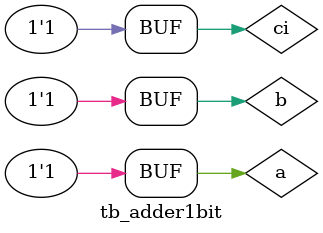
<source format=v>
`timescale 1ns / 1ps


module tb_adder1bit;

	// Inputs
	reg a;
	reg b;
	reg ci;

	// Outputs
	wire sum;
	wire c;

	// Instantiate the Unit Under Test (UUT)
	adder1bit uut (
		.a(a), 
		.b(b), 
		.ci(ci), 
		.sum(sum), 
		.c(c)
	);

	initial begin
		// Initialize Inputs
		a = 0;
		b = 0;
		ci = 0;

		// Wait 100 ns for global reset to finish
		#100;
        
#10 {a,b,ci}=3'd0;
#10 {a,b,ci}=3'd1;
#10 {a,b,ci}=3'd2;
#10 {a,b,ci}=3'd3;
#10 {a,b,ci}=3'd4;
#10 {a,b,ci}=3'd5;
#10 {a,b,ci}=3'd6;
#10 {a,b,ci}=3'd7;
	end
      
endmodule


</source>
